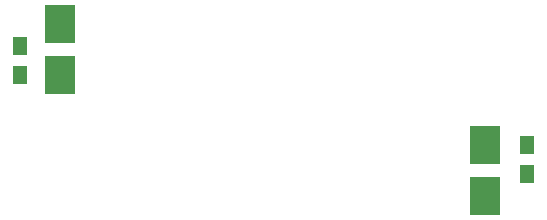
<source format=gtp>
G04 #@! TF.FileFunction,Paste,Top*
%FSLAX46Y46*%
G04 Gerber Fmt 4.6, Leading zero omitted, Abs format (unit mm)*
G04 Created by KiCad (PCBNEW 4.0.7-e2-6376~58~ubuntu16.04.1) date Mon Jan  8 16:23:01 2018*
%MOMM*%
%LPD*%
G01*
G04 APERTURE LIST*
%ADD10C,0.100000*%
%ADD11R,1.250000X1.500000*%
%ADD12R,2.500000X3.200000*%
G04 APERTURE END LIST*
D10*
D11*
X130350000Y-102900000D03*
X130350000Y-100400000D03*
X173250000Y-108800000D03*
X173250000Y-111300000D03*
D12*
X133700000Y-102850000D03*
X133700000Y-98550000D03*
X169661007Y-108816425D03*
X169661007Y-113116425D03*
M02*

</source>
